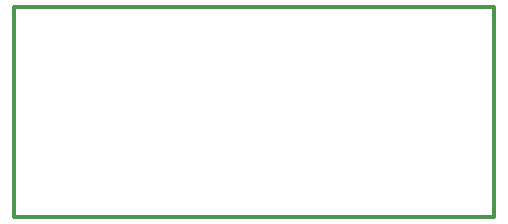
<source format=gm1>
G04 #@! TF.GenerationSoftware,KiCad,Pcbnew,(5.1.5)-3*
G04 #@! TF.CreationDate,2021-01-27T12:55:09+11:00*
G04 #@! TF.ProjectId,PD_Micro,50445f4d-6963-4726-9f2e-6b696361645f,rev?*
G04 #@! TF.SameCoordinates,PX7ce2370PY67d8790*
G04 #@! TF.FileFunction,Profile,NP*
%FSLAX46Y46*%
G04 Gerber Fmt 4.6, Leading zero omitted, Abs format (unit mm)*
G04 Created by KiCad (PCBNEW (5.1.5)-3) date 2021-01-27 12:55:09*
%MOMM*%
%LPD*%
G04 APERTURE LIST*
%ADD10C,0.300000*%
G04 APERTURE END LIST*
D10*
X0Y0D02*
X0Y17780000D01*
X40640000Y0D02*
X40640000Y17780000D01*
X0Y17780000D02*
X40640000Y17780000D01*
X0Y0D02*
X40640000Y0D01*
M02*

</source>
